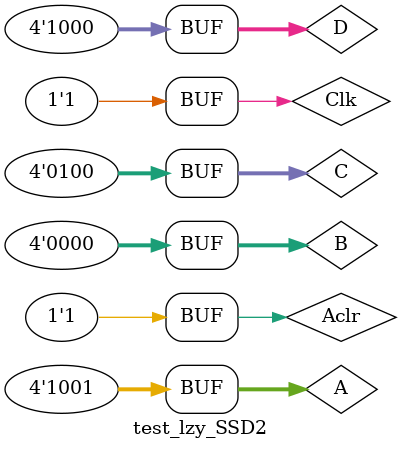
<source format=v>
`timescale 10ns/1ns
module test_lzy_74HC74;
    reg Rd, Sd, Clk;
    reg D;
    wire Q, Qn;
    lzy_74HC74 u0(Rd, Sd, Clk, D, Q, Qn);
    always #10 Clk=~Clk;
    initial
        begin
            Clk=0;D=0;
            repeat(20)
            begin #20 {Sd, Rd}=$random;  D=$random; end
        end
endmodule

module test_lzy_74HC112;
    reg Sd, Rd, Clk;
    reg J, K;
    wire Q, Qn;
    lzy_74HC112 u0(Rd, Sd, Clk, J, K, Q, Qn);
    always #5 Clk=~Clk;
    initial
        begin
            Clk=0;{J,K}=0;
            repeat(100)
            begin #5 {Sd, Rd}=$random;{J,K}=$random; end
        end
endmodule

module test_lzy_74HC194;
    reg MR, Clk, Dsr, Dsl;
    reg [1:0]S;
    reg [0:3]D;
    wire [0:3]Q;
    lzy_74HC194 u0(MR, S, Clk, Dsr, Dsl, D, Q);
    always #5 Clk=~Clk;
    initial
        begin
            Clk=0;MR=0;
            repeat(100)
            begin #5  MR=1;S=$random;Dsr=$random;Dsl=$random;D=$random;end
        end
endmodule

module test_lzy_74HC161;
    reg MR,Clk,CEP,CET,PE;
    reg [3:0]D;
    wire [3:0]Q;
    wire C;
    lzy_74HC161 u0(MR, Clk, CEP, CET, PE, D, Q, C);
    always #5 Clk=~Clk;
    initial
        begin
            Clk=0;MR=0;
            repeat(100)
            begin #5  MR=1;{CEP,CET}=$random;PE=$random;D=$random;end
        end
endmodule

`timescale 10ns/1ns
module test_lzy_fsm_100;
    reg ina, rst, clk;
    wire dataout;
    parameter clock_period = 20;
    always#(clock_period/2) clk = ~clk;
    
lzy_fsm_100 u0(clk, rst, ina, dataout);

    initial begin
    clk = 0; rst = 1;
    #5 rst = 0;
    #5 rst = 1;
    end
    
    initial begin 
    ina = 0;
    #5 repeat(10) begin
    #10 ina = 1;
    #10 ina = 0;
    #10 ina = 0;
    end
    #5 repeat(10) begin
    #10 ina = 1;
    #10 ina = 0;
    #10 ina = 0;
    #10 ina = 1;
    end
    end
endmodule

`timescale 1ns/1ns
module test_lzy_VM;
    reg Clk,Reset;
    reg[1:0] D_in;
    wire D_out;
    wire D_C;
    parameter DELY=32;
lzy_VM u0(.Clk(Clk),.Reset(Reset),.D_in(D_in),.D_out(D_out),.D_C(D_C));
    always#(DELY/2) Clk=~Clk;
    initial begin
    Clk=0;
    Reset=0;
    #5 Reset=1;
    #20 Reset=0;
    end
    initial
  begin
    D_in=0;
    #25 D_in=2'b01;
    #25 D_in=2'b00;
    #25 D_in=2'b11;
    #25 D_in=2'b00;
    #75 D_in=2'b10;
    #25 D_in=2'b00;
    #125 D_in=2'b10;
    #25 D_in=2'b00;
    #100 D_in=2'b01;
    #25 D_in=2'b00;
    #50 D_in=2'b01;
    #25 D_in=2'b00;
    #25 D_in=2'b10;
end

endmodule


`timescale 1ns/1ns
module test_lzy_SLC1;
    reg Clk, Aclr;
    wire [7:0]seg;
    wire [1:4]DG;
    lzy_SSD1 u0(.Clk(Clk), .Aclr(Aclr), .seg(seg), .DG(DG));
    initial
        begin
        Clk = 1;
        repeat(50)
        #5 Clk = ~Clk;
        end
        initial
        begin
        Aclr = 0;
        #12 Aclr = 1;
        end
endmodule

`timescale 1ns/1ns;
module test_lzy_SSD2;
    reg Clk,Aclr;
    reg [3:0]A,B,C,D;
    wire [7:0]seg;
    wire[1:4]DG;
    lzy_SSD2 u0(.Clk(Clk),.Aclr(Aclr),.A(A),.B(B),.C(C),.D(D),.seg(seg),.DG(DG));
    initial
        A=9;
    initial
        B=0;
    initial
        C=4;
    initial
        D=8;
    initial
        begin
        Clk=1;
        repeat(100)
        #20 Clk=~Clk;
        end
    initial
        begin
        Aclr=0;
        #20 Aclr=1;
        end
endmodule
</source>
